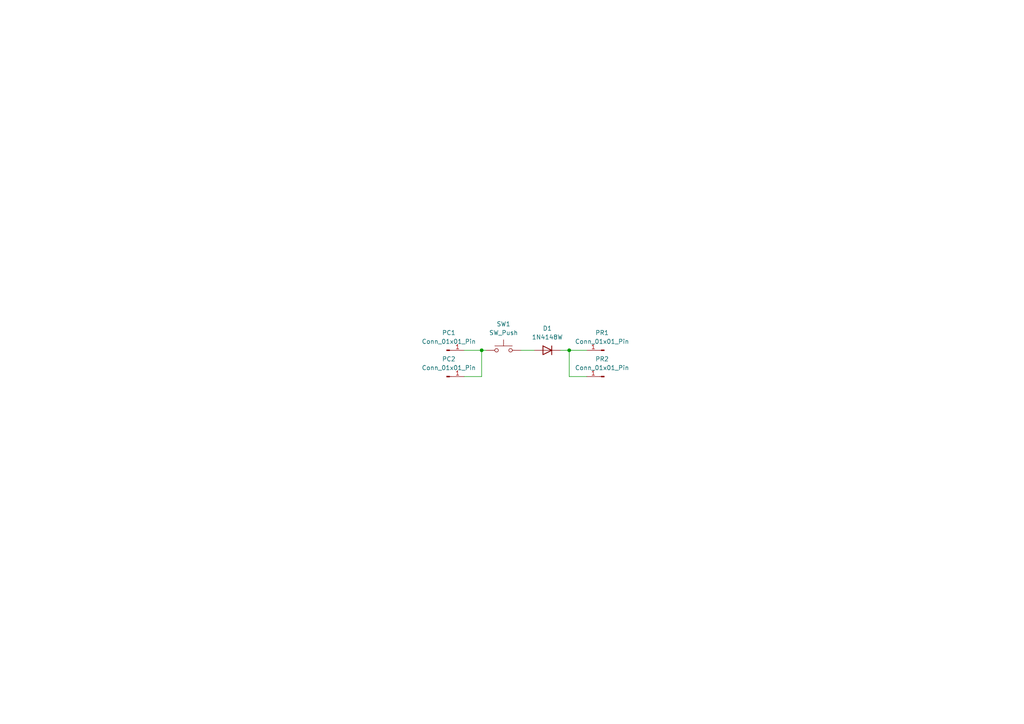
<source format=kicad_sch>
(kicad_sch (version 20250114) (generator "eeschema") (generator_version "9.0")
  (paper "A4")
  (lib_symbols
    (symbol "Connector:Conn_01x01_Pin" (pin_names (offset 1.016) (hide yes))
      (property "Reference" "J" (at 0 2.54 0))
      (property "Value" "Conn_01x01_Pin" (at 0 -2.54 0))
      (symbol "Conn_01x01_Pin_1_1"
        (rectangle (start 0.8636 0.127) (end 0 -0.127) (stroke (width 0.1524)) (fill (type outline)))
        (polyline (pts (xy 1.27 0) (xy 0.8636 0)) (stroke (width 0.1524)))
        (pin passive line (at 5.08 0 180) (length 3.81) (name "Pin_1") (number "1"))
      )
    )
    (symbol "Diode:1N4148W" (pin_numbers (hide yes)) (pin_names (hide yes))
      (property "Reference" "D" (at 0 2.54 0))
      (property "Value" "1N4148W" (at 0 -2.54 0))
      (symbol "1N4148W_0_1"
        (polyline (pts (xy -1.27 1.27) (xy -1.27 -1.27)) (stroke (width 0.254)))
        (polyline (pts (xy 1.27 1.27) (xy 1.27 -1.27) (xy -1.27 0) (xy 1.27 1.27)) (stroke (width 0.254)))
        (polyline (pts (xy 1.27 0) (xy -1.27 0)))
      )
      (symbol "1N4148W_1_1"
        (pin passive line (at -3.81 0 0) (length 2.54) (name "K") (number "1"))
        (pin passive line (at 3.81 0 180) (length 2.54) (name "A") (number "2"))
      )
    )
    (symbol "Switch:SW_Push" (pin_numbers (hide yes)) (pin_names (offset 1.016) (hide yes))
      (property "Reference" "SW" (at 1.27 2.54 0))
      (property "Value" "SW_Push" (at 0 -1.524 0))
      (symbol "SW_Push_0_1"
        (circle (center -2.032 0) (radius 0.508))
        (polyline (pts (xy 0 1.27) (xy 0 3.048)))
        (circle (center 2.032 0) (radius 0.508))
        (polyline (pts (xy 2.54 1.27) (xy -2.54 1.27)))
        (pin passive line (at -5.08 0 0) (length 2.54) (name "1") (number "1"))
        (pin passive line (at 5.08 0 180) (length 2.54) (name "2") (number "2"))
      )
    )
  )
  (junction (at 165.1 101.6))
  (junction (at 139.7 101.6))
  (wire (pts (xy 139.7 101.6) (xy 140.97 101.6)))
  (wire (pts (xy 151.13 101.6) (xy 154.94 101.6)))
  (wire (pts (xy 162.56 101.6) (xy 165.1 101.6)))
  (wire (pts (xy 165.1 109.22) (xy 170.18 109.22)))
  (wire (pts (xy 165.1 101.6) (xy 165.1 109.22)))
  (wire (pts (xy 165.1 101.6) (xy 170.18 101.6)))
  (wire (pts (xy 134.62 101.6) (xy 139.7 101.6)))
  (wire (pts (xy 139.7 109.22) (xy 134.62 109.22)))
  (wire (pts (xy 139.7 101.6) (xy 139.7 109.22)))
  (symbol (lib_id "Connector:Conn_01x01_Pin") (at 129.54 101.6 0) (unit 1)
    (property "Reference" "PC1" (at 130.175 96.52 0))
    (property "Value" "Conn_01x01_Pin" (at 130.175 99.06 0))
    (property "Footprint" "Connector_Pin:Pin_D0.7mm_L6.5mm_W1.8mm_FlatFork" (effects (hide yes)))
    (property "Description" "Generic connector, single row, 01x01, script generated" (effects (hide yes)))
  )
  (symbol (lib_id "Connector:Conn_01x01_Pin") (at 175.26 101.6 0) (mirror y) (unit 1)
    (property "Reference" "PR1" (at 174.625 96.52 0))
    (property "Value" "Conn_01x01_Pin" (at 174.625 99.06 0))
    (property "Footprint" "Connector_Pin:Pin_D0.7mm_L6.5mm_W1.8mm_FlatFork" (effects (hide yes)))
    (property "Description" "Generic connector, single row, 01x01, script generated" (effects (hide yes)))
  )
  (symbol (lib_id "Diode:1N4148W") (at 158.75 101.6 0) (mirror y) (unit 1)
    (property "Reference" "D1" (at 158.75 95.25 0))
    (property "Value" "1N4148W" (at 158.75 97.79 0))
    (property "Footprint" "Diode_SMD:D_SOD-123" (effects (hide yes)))
    (property "Datasheet" "https://www.vishay.com/docs/85748/1n4148w.pdf" (effects (hide yes)))
    (property "Description" "75V 0.15A Fast Switching Diode, SOD-123" (effects (hide yes)))
    (property "Sim.Device" "D" (effects (hide yes)))
    (property "Sim.Pins" "1=K 2=A" (effects (hide yes)))
  )
  (symbol (lib_id "Connector:Conn_01x01_Pin") (at 129.54 109.22 0) (unit 1)
    (property "Reference" "PC2" (at 130.175 104.14 0))
    (property "Value" "Conn_01x01_Pin" (at 130.175 106.68 0))
    (property "Footprint" "Connector_Pin:Pin_D0.7mm_L6.5mm_W1.8mm_FlatFork" (effects (hide yes)))
    (property "Description" "Generic connector, single row, 01x01, script generated" (effects (hide yes)))
  )
  (symbol (lib_id "Switch:SW_Push") (at 146.05 101.6 0) (unit 1)
    (property "Reference" "SW1" (at 146.05 93.98 0))
    (property "Value" "SW_Push" (at 146.05 96.52 0))
    (property "Footprint" "keyswitches:Kailh_socket_MX" (effects (hide yes)))
    (property "Description" "Push button switch, generic, two pins" (effects (hide yes)))
  )
  (symbol (lib_id "Connector:Conn_01x01_Pin") (at 175.26 109.22 0) (mirror y) (unit 1)
    (property "Reference" "PR2" (at 174.625 104.14 0))
    (property "Value" "Conn_01x01_Pin" (at 174.625 106.68 0))
    (property "Footprint" "Connector_Pin:Pin_D0.7mm_L6.5mm_W1.8mm_FlatFork" (effects (hide yes)))
    (property "Description" "Generic connector, single row, 01x01, script generated" (effects (hide yes)))
  )
)
</source>
